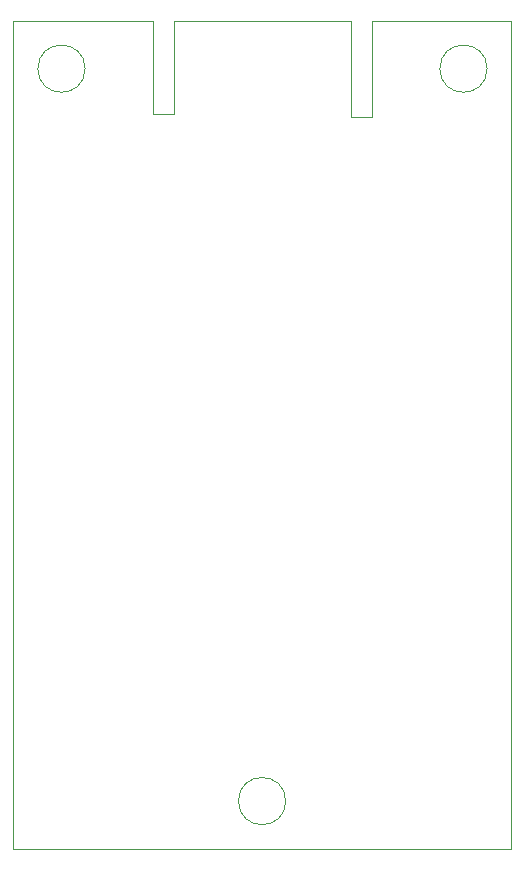
<source format=gm1>
G04 #@! TF.GenerationSoftware,KiCad,Pcbnew,6.0.10*
G04 #@! TF.CreationDate,2023-07-05T17:30:50-05:00*
G04 #@! TF.ProjectId,gas_control_board,6761735f-636f-46e7-9472-6f6c5f626f61,rev?*
G04 #@! TF.SameCoordinates,Original*
G04 #@! TF.FileFunction,Profile,NP*
%FSLAX46Y46*%
G04 Gerber Fmt 4.6, Leading zero omitted, Abs format (unit mm)*
G04 Created by KiCad (PCBNEW 6.0.10) date 2023-07-05 17:30:50*
%MOMM*%
%LPD*%
G01*
G04 APERTURE LIST*
G04 #@! TA.AperFunction,Profile*
%ADD10C,0.100000*%
G04 #@! TD*
G04 APERTURE END LIST*
D10*
X4064000Y-70104000D02*
X4064000Y0D01*
X46228000Y-70104000D02*
X4064000Y-70104000D01*
X27146000Y-66072000D02*
G75*
G03*
X27146000Y-66072000I-2000000J0D01*
G01*
X10160000Y-4064000D02*
G75*
G03*
X10160000Y-4064000I-2000000J0D01*
G01*
X17653000Y-7874000D02*
X15875000Y-7874000D01*
X44196000Y-4064000D02*
G75*
G03*
X44196000Y-4064000I-2000000J0D01*
G01*
X15875000Y0D02*
X4064000Y0D01*
X15875000Y-7874000D02*
X15875000Y0D01*
X17653000Y0D02*
X17653000Y-7874000D01*
X34417000Y-8128000D02*
X32639000Y-8128000D01*
X34417000Y0D02*
X34417000Y-8128000D01*
X46228000Y0D02*
X46228000Y-70104000D01*
X46228000Y0D02*
X34417000Y0D01*
X32639000Y-8128000D02*
X32639000Y0D01*
X32639000Y0D02*
X17653000Y0D01*
M02*

</source>
